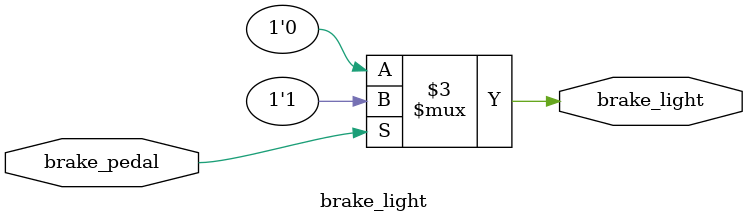
<source format=v>
module brake_light (
    input  brake_pedal,
    output reg brake_light
);
    always @(*) begin
        if(brake_pedal)
            brake_light=1'b1;
        else
            brake_light=1'b0;
    end
endmodule

</source>
